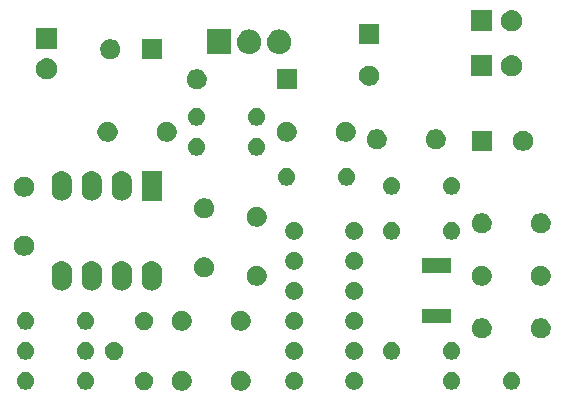
<source format=gbr>
G04 #@! TF.GenerationSoftware,KiCad,Pcbnew,(5.1.5)-3*
G04 #@! TF.CreationDate,2021-03-29T22:58:56-05:00*
G04 #@! TF.ProjectId,Sable_Bias_Voltage,5361626c-655f-4426-9961-735f566f6c74,rev?*
G04 #@! TF.SameCoordinates,Original*
G04 #@! TF.FileFunction,Soldermask,Top*
G04 #@! TF.FilePolarity,Negative*
%FSLAX46Y46*%
G04 Gerber Fmt 4.6, Leading zero omitted, Abs format (unit mm)*
G04 Created by KiCad (PCBNEW (5.1.5)-3) date 2021-03-29 22:58:56*
%MOMM*%
%LPD*%
G04 APERTURE LIST*
%ADD10C,0.100000*%
G04 APERTURE END LIST*
D10*
G36*
X150028228Y-117291703D02*
G01*
X150183100Y-117355853D01*
X150322481Y-117448985D01*
X150441015Y-117567519D01*
X150534147Y-117706900D01*
X150598297Y-117861772D01*
X150631000Y-118026184D01*
X150631000Y-118193816D01*
X150598297Y-118358228D01*
X150534147Y-118513100D01*
X150441015Y-118652481D01*
X150322481Y-118771015D01*
X150183100Y-118864147D01*
X150028228Y-118928297D01*
X149863816Y-118961000D01*
X149696184Y-118961000D01*
X149531772Y-118928297D01*
X149376900Y-118864147D01*
X149237519Y-118771015D01*
X149118985Y-118652481D01*
X149025853Y-118513100D01*
X148961703Y-118358228D01*
X148929000Y-118193816D01*
X148929000Y-118026184D01*
X148961703Y-117861772D01*
X149025853Y-117706900D01*
X149118985Y-117567519D01*
X149237519Y-117448985D01*
X149376900Y-117355853D01*
X149531772Y-117291703D01*
X149696184Y-117259000D01*
X149863816Y-117259000D01*
X150028228Y-117291703D01*
G37*
G36*
X145028228Y-117291703D02*
G01*
X145183100Y-117355853D01*
X145322481Y-117448985D01*
X145441015Y-117567519D01*
X145534147Y-117706900D01*
X145598297Y-117861772D01*
X145631000Y-118026184D01*
X145631000Y-118193816D01*
X145598297Y-118358228D01*
X145534147Y-118513100D01*
X145441015Y-118652481D01*
X145322481Y-118771015D01*
X145183100Y-118864147D01*
X145028228Y-118928297D01*
X144863816Y-118961000D01*
X144696184Y-118961000D01*
X144531772Y-118928297D01*
X144376900Y-118864147D01*
X144237519Y-118771015D01*
X144118985Y-118652481D01*
X144025853Y-118513100D01*
X143961703Y-118358228D01*
X143929000Y-118193816D01*
X143929000Y-118026184D01*
X143961703Y-117861772D01*
X144025853Y-117706900D01*
X144118985Y-117567519D01*
X144237519Y-117448985D01*
X144376900Y-117355853D01*
X144531772Y-117291703D01*
X144696184Y-117259000D01*
X144863816Y-117259000D01*
X145028228Y-117291703D01*
G37*
G36*
X141730589Y-117348876D02*
G01*
X141829893Y-117368629D01*
X141970206Y-117426748D01*
X142096484Y-117511125D01*
X142203875Y-117618516D01*
X142288252Y-117744794D01*
X142346371Y-117885107D01*
X142376000Y-118034063D01*
X142376000Y-118185937D01*
X142346371Y-118334893D01*
X142288252Y-118475206D01*
X142203875Y-118601484D01*
X142096484Y-118708875D01*
X141970206Y-118793252D01*
X141829893Y-118851371D01*
X141765663Y-118864147D01*
X141680938Y-118881000D01*
X141529062Y-118881000D01*
X141444337Y-118864147D01*
X141380107Y-118851371D01*
X141239794Y-118793252D01*
X141113516Y-118708875D01*
X141006125Y-118601484D01*
X140921748Y-118475206D01*
X140863629Y-118334893D01*
X140834000Y-118185937D01*
X140834000Y-118034063D01*
X140863629Y-117885107D01*
X140921748Y-117744794D01*
X141006125Y-117618516D01*
X141113516Y-117511125D01*
X141239794Y-117426748D01*
X141380107Y-117368629D01*
X141479411Y-117348876D01*
X141529062Y-117339000D01*
X141680938Y-117339000D01*
X141730589Y-117348876D01*
G37*
G36*
X131791059Y-117387860D02*
G01*
X131927732Y-117444472D01*
X132050735Y-117526660D01*
X132155340Y-117631265D01*
X132237528Y-117754268D01*
X132294140Y-117890941D01*
X132323000Y-118036033D01*
X132323000Y-118183967D01*
X132294140Y-118329059D01*
X132237528Y-118465732D01*
X132155340Y-118588735D01*
X132050735Y-118693340D01*
X131927732Y-118775528D01*
X131927731Y-118775529D01*
X131927730Y-118775529D01*
X131791059Y-118832140D01*
X131645968Y-118861000D01*
X131498032Y-118861000D01*
X131352941Y-118832140D01*
X131216270Y-118775529D01*
X131216269Y-118775529D01*
X131216268Y-118775528D01*
X131093265Y-118693340D01*
X130988660Y-118588735D01*
X130906472Y-118465732D01*
X130849860Y-118329059D01*
X130821000Y-118183967D01*
X130821000Y-118036033D01*
X130849860Y-117890941D01*
X130906472Y-117754268D01*
X130988660Y-117631265D01*
X131093265Y-117526660D01*
X131216268Y-117444472D01*
X131352941Y-117387860D01*
X131498032Y-117359000D01*
X131645968Y-117359000D01*
X131791059Y-117387860D01*
G37*
G36*
X172939059Y-117387860D02*
G01*
X173075732Y-117444472D01*
X173198735Y-117526660D01*
X173303340Y-117631265D01*
X173385528Y-117754268D01*
X173442140Y-117890941D01*
X173471000Y-118036033D01*
X173471000Y-118183967D01*
X173442140Y-118329059D01*
X173385528Y-118465732D01*
X173303340Y-118588735D01*
X173198735Y-118693340D01*
X173075732Y-118775528D01*
X173075731Y-118775529D01*
X173075730Y-118775529D01*
X172939059Y-118832140D01*
X172793968Y-118861000D01*
X172646032Y-118861000D01*
X172500941Y-118832140D01*
X172364270Y-118775529D01*
X172364269Y-118775529D01*
X172364268Y-118775528D01*
X172241265Y-118693340D01*
X172136660Y-118588735D01*
X172054472Y-118465732D01*
X171997860Y-118329059D01*
X171969000Y-118183967D01*
X171969000Y-118036033D01*
X171997860Y-117890941D01*
X172054472Y-117754268D01*
X172136660Y-117631265D01*
X172241265Y-117526660D01*
X172364268Y-117444472D01*
X172500941Y-117387860D01*
X172646032Y-117359000D01*
X172793968Y-117359000D01*
X172939059Y-117387860D01*
G37*
G36*
X167859059Y-117387860D02*
G01*
X167995732Y-117444472D01*
X168118735Y-117526660D01*
X168223340Y-117631265D01*
X168305528Y-117754268D01*
X168362140Y-117890941D01*
X168391000Y-118036033D01*
X168391000Y-118183967D01*
X168362140Y-118329059D01*
X168305528Y-118465732D01*
X168223340Y-118588735D01*
X168118735Y-118693340D01*
X167995732Y-118775528D01*
X167995731Y-118775529D01*
X167995730Y-118775529D01*
X167859059Y-118832140D01*
X167713968Y-118861000D01*
X167566032Y-118861000D01*
X167420941Y-118832140D01*
X167284270Y-118775529D01*
X167284269Y-118775529D01*
X167284268Y-118775528D01*
X167161265Y-118693340D01*
X167056660Y-118588735D01*
X166974472Y-118465732D01*
X166917860Y-118329059D01*
X166889000Y-118183967D01*
X166889000Y-118036033D01*
X166917860Y-117890941D01*
X166974472Y-117754268D01*
X167056660Y-117631265D01*
X167161265Y-117526660D01*
X167284268Y-117444472D01*
X167420941Y-117387860D01*
X167566032Y-117359000D01*
X167713968Y-117359000D01*
X167859059Y-117387860D01*
G37*
G36*
X159604059Y-117387860D02*
G01*
X159740732Y-117444472D01*
X159863735Y-117526660D01*
X159968340Y-117631265D01*
X160050528Y-117754268D01*
X160107140Y-117890941D01*
X160136000Y-118036033D01*
X160136000Y-118183967D01*
X160107140Y-118329059D01*
X160050528Y-118465732D01*
X159968340Y-118588735D01*
X159863735Y-118693340D01*
X159740732Y-118775528D01*
X159740731Y-118775529D01*
X159740730Y-118775529D01*
X159604059Y-118832140D01*
X159458968Y-118861000D01*
X159311032Y-118861000D01*
X159165941Y-118832140D01*
X159029270Y-118775529D01*
X159029269Y-118775529D01*
X159029268Y-118775528D01*
X158906265Y-118693340D01*
X158801660Y-118588735D01*
X158719472Y-118465732D01*
X158662860Y-118329059D01*
X158634000Y-118183967D01*
X158634000Y-118036033D01*
X158662860Y-117890941D01*
X158719472Y-117754268D01*
X158801660Y-117631265D01*
X158906265Y-117526660D01*
X159029268Y-117444472D01*
X159165941Y-117387860D01*
X159311032Y-117359000D01*
X159458968Y-117359000D01*
X159604059Y-117387860D01*
G37*
G36*
X136871059Y-117387860D02*
G01*
X137007732Y-117444472D01*
X137130735Y-117526660D01*
X137235340Y-117631265D01*
X137317528Y-117754268D01*
X137374140Y-117890941D01*
X137403000Y-118036033D01*
X137403000Y-118183967D01*
X137374140Y-118329059D01*
X137317528Y-118465732D01*
X137235340Y-118588735D01*
X137130735Y-118693340D01*
X137007732Y-118775528D01*
X137007731Y-118775529D01*
X137007730Y-118775529D01*
X136871059Y-118832140D01*
X136725968Y-118861000D01*
X136578032Y-118861000D01*
X136432941Y-118832140D01*
X136296270Y-118775529D01*
X136296269Y-118775529D01*
X136296268Y-118775528D01*
X136173265Y-118693340D01*
X136068660Y-118588735D01*
X135986472Y-118465732D01*
X135929860Y-118329059D01*
X135901000Y-118183967D01*
X135901000Y-118036033D01*
X135929860Y-117890941D01*
X135986472Y-117754268D01*
X136068660Y-117631265D01*
X136173265Y-117526660D01*
X136296268Y-117444472D01*
X136432941Y-117387860D01*
X136578032Y-117359000D01*
X136725968Y-117359000D01*
X136871059Y-117387860D01*
G37*
G36*
X154524059Y-117387860D02*
G01*
X154660732Y-117444472D01*
X154783735Y-117526660D01*
X154888340Y-117631265D01*
X154970528Y-117754268D01*
X155027140Y-117890941D01*
X155056000Y-118036033D01*
X155056000Y-118183967D01*
X155027140Y-118329059D01*
X154970528Y-118465732D01*
X154888340Y-118588735D01*
X154783735Y-118693340D01*
X154660732Y-118775528D01*
X154660731Y-118775529D01*
X154660730Y-118775529D01*
X154524059Y-118832140D01*
X154378968Y-118861000D01*
X154231032Y-118861000D01*
X154085941Y-118832140D01*
X153949270Y-118775529D01*
X153949269Y-118775529D01*
X153949268Y-118775528D01*
X153826265Y-118693340D01*
X153721660Y-118588735D01*
X153639472Y-118465732D01*
X153582860Y-118329059D01*
X153554000Y-118183967D01*
X153554000Y-118036033D01*
X153582860Y-117890941D01*
X153639472Y-117754268D01*
X153721660Y-117631265D01*
X153826265Y-117526660D01*
X153949268Y-117444472D01*
X154085941Y-117387860D01*
X154231032Y-117359000D01*
X154378968Y-117359000D01*
X154524059Y-117387860D01*
G37*
G36*
X139190589Y-114808876D02*
G01*
X139289893Y-114828629D01*
X139430206Y-114886748D01*
X139556484Y-114971125D01*
X139663875Y-115078516D01*
X139748252Y-115204794D01*
X139806371Y-115345107D01*
X139836000Y-115494063D01*
X139836000Y-115645937D01*
X139806371Y-115794893D01*
X139748252Y-115935206D01*
X139663875Y-116061484D01*
X139556484Y-116168875D01*
X139430206Y-116253252D01*
X139289893Y-116311371D01*
X139190589Y-116331124D01*
X139140938Y-116341000D01*
X138989062Y-116341000D01*
X138939411Y-116331124D01*
X138840107Y-116311371D01*
X138699794Y-116253252D01*
X138573516Y-116168875D01*
X138466125Y-116061484D01*
X138381748Y-115935206D01*
X138323629Y-115794893D01*
X138294000Y-115645937D01*
X138294000Y-115494063D01*
X138323629Y-115345107D01*
X138381748Y-115204794D01*
X138466125Y-115078516D01*
X138573516Y-114971125D01*
X138699794Y-114886748D01*
X138840107Y-114828629D01*
X138939411Y-114808876D01*
X138989062Y-114799000D01*
X139140938Y-114799000D01*
X139190589Y-114808876D01*
G37*
G36*
X162779059Y-114847860D02*
G01*
X162915732Y-114904472D01*
X163038735Y-114986660D01*
X163143340Y-115091265D01*
X163225528Y-115214268D01*
X163282140Y-115350941D01*
X163311000Y-115496033D01*
X163311000Y-115643967D01*
X163282140Y-115789059D01*
X163225528Y-115925732D01*
X163143340Y-116048735D01*
X163038735Y-116153340D01*
X162915732Y-116235528D01*
X162915731Y-116235529D01*
X162915730Y-116235529D01*
X162779059Y-116292140D01*
X162633968Y-116321000D01*
X162486032Y-116321000D01*
X162340941Y-116292140D01*
X162204270Y-116235529D01*
X162204269Y-116235529D01*
X162204268Y-116235528D01*
X162081265Y-116153340D01*
X161976660Y-116048735D01*
X161894472Y-115925732D01*
X161837860Y-115789059D01*
X161809000Y-115643967D01*
X161809000Y-115496033D01*
X161837860Y-115350941D01*
X161894472Y-115214268D01*
X161976660Y-115091265D01*
X162081265Y-114986660D01*
X162204268Y-114904472D01*
X162340941Y-114847860D01*
X162486032Y-114819000D01*
X162633968Y-114819000D01*
X162779059Y-114847860D01*
G37*
G36*
X159604059Y-114847860D02*
G01*
X159740732Y-114904472D01*
X159863735Y-114986660D01*
X159968340Y-115091265D01*
X160050528Y-115214268D01*
X160107140Y-115350941D01*
X160136000Y-115496033D01*
X160136000Y-115643967D01*
X160107140Y-115789059D01*
X160050528Y-115925732D01*
X159968340Y-116048735D01*
X159863735Y-116153340D01*
X159740732Y-116235528D01*
X159740731Y-116235529D01*
X159740730Y-116235529D01*
X159604059Y-116292140D01*
X159458968Y-116321000D01*
X159311032Y-116321000D01*
X159165941Y-116292140D01*
X159029270Y-116235529D01*
X159029269Y-116235529D01*
X159029268Y-116235528D01*
X158906265Y-116153340D01*
X158801660Y-116048735D01*
X158719472Y-115925732D01*
X158662860Y-115789059D01*
X158634000Y-115643967D01*
X158634000Y-115496033D01*
X158662860Y-115350941D01*
X158719472Y-115214268D01*
X158801660Y-115091265D01*
X158906265Y-114986660D01*
X159029268Y-114904472D01*
X159165941Y-114847860D01*
X159311032Y-114819000D01*
X159458968Y-114819000D01*
X159604059Y-114847860D01*
G37*
G36*
X167859059Y-114847860D02*
G01*
X167995732Y-114904472D01*
X168118735Y-114986660D01*
X168223340Y-115091265D01*
X168305528Y-115214268D01*
X168362140Y-115350941D01*
X168391000Y-115496033D01*
X168391000Y-115643967D01*
X168362140Y-115789059D01*
X168305528Y-115925732D01*
X168223340Y-116048735D01*
X168118735Y-116153340D01*
X167995732Y-116235528D01*
X167995731Y-116235529D01*
X167995730Y-116235529D01*
X167859059Y-116292140D01*
X167713968Y-116321000D01*
X167566032Y-116321000D01*
X167420941Y-116292140D01*
X167284270Y-116235529D01*
X167284269Y-116235529D01*
X167284268Y-116235528D01*
X167161265Y-116153340D01*
X167056660Y-116048735D01*
X166974472Y-115925732D01*
X166917860Y-115789059D01*
X166889000Y-115643967D01*
X166889000Y-115496033D01*
X166917860Y-115350941D01*
X166974472Y-115214268D01*
X167056660Y-115091265D01*
X167161265Y-114986660D01*
X167284268Y-114904472D01*
X167420941Y-114847860D01*
X167566032Y-114819000D01*
X167713968Y-114819000D01*
X167859059Y-114847860D01*
G37*
G36*
X136871059Y-114847860D02*
G01*
X137007732Y-114904472D01*
X137130735Y-114986660D01*
X137235340Y-115091265D01*
X137317528Y-115214268D01*
X137374140Y-115350941D01*
X137403000Y-115496033D01*
X137403000Y-115643967D01*
X137374140Y-115789059D01*
X137317528Y-115925732D01*
X137235340Y-116048735D01*
X137130735Y-116153340D01*
X137007732Y-116235528D01*
X137007731Y-116235529D01*
X137007730Y-116235529D01*
X136871059Y-116292140D01*
X136725968Y-116321000D01*
X136578032Y-116321000D01*
X136432941Y-116292140D01*
X136296270Y-116235529D01*
X136296269Y-116235529D01*
X136296268Y-116235528D01*
X136173265Y-116153340D01*
X136068660Y-116048735D01*
X135986472Y-115925732D01*
X135929860Y-115789059D01*
X135901000Y-115643967D01*
X135901000Y-115496033D01*
X135929860Y-115350941D01*
X135986472Y-115214268D01*
X136068660Y-115091265D01*
X136173265Y-114986660D01*
X136296268Y-114904472D01*
X136432941Y-114847860D01*
X136578032Y-114819000D01*
X136725968Y-114819000D01*
X136871059Y-114847860D01*
G37*
G36*
X131791059Y-114847860D02*
G01*
X131927732Y-114904472D01*
X132050735Y-114986660D01*
X132155340Y-115091265D01*
X132237528Y-115214268D01*
X132294140Y-115350941D01*
X132323000Y-115496033D01*
X132323000Y-115643967D01*
X132294140Y-115789059D01*
X132237528Y-115925732D01*
X132155340Y-116048735D01*
X132050735Y-116153340D01*
X131927732Y-116235528D01*
X131927731Y-116235529D01*
X131927730Y-116235529D01*
X131791059Y-116292140D01*
X131645968Y-116321000D01*
X131498032Y-116321000D01*
X131352941Y-116292140D01*
X131216270Y-116235529D01*
X131216269Y-116235529D01*
X131216268Y-116235528D01*
X131093265Y-116153340D01*
X130988660Y-116048735D01*
X130906472Y-115925732D01*
X130849860Y-115789059D01*
X130821000Y-115643967D01*
X130821000Y-115496033D01*
X130849860Y-115350941D01*
X130906472Y-115214268D01*
X130988660Y-115091265D01*
X131093265Y-114986660D01*
X131216268Y-114904472D01*
X131352941Y-114847860D01*
X131498032Y-114819000D01*
X131645968Y-114819000D01*
X131791059Y-114847860D01*
G37*
G36*
X154524059Y-114847860D02*
G01*
X154660732Y-114904472D01*
X154783735Y-114986660D01*
X154888340Y-115091265D01*
X154970528Y-115214268D01*
X155027140Y-115350941D01*
X155056000Y-115496033D01*
X155056000Y-115643967D01*
X155027140Y-115789059D01*
X154970528Y-115925732D01*
X154888340Y-116048735D01*
X154783735Y-116153340D01*
X154660732Y-116235528D01*
X154660731Y-116235529D01*
X154660730Y-116235529D01*
X154524059Y-116292140D01*
X154378968Y-116321000D01*
X154231032Y-116321000D01*
X154085941Y-116292140D01*
X153949270Y-116235529D01*
X153949269Y-116235529D01*
X153949268Y-116235528D01*
X153826265Y-116153340D01*
X153721660Y-116048735D01*
X153639472Y-115925732D01*
X153582860Y-115789059D01*
X153554000Y-115643967D01*
X153554000Y-115496033D01*
X153582860Y-115350941D01*
X153639472Y-115214268D01*
X153721660Y-115091265D01*
X153826265Y-114986660D01*
X153949268Y-114904472D01*
X154085941Y-114847860D01*
X154231032Y-114819000D01*
X154378968Y-114819000D01*
X154524059Y-114847860D01*
G37*
G36*
X170428228Y-112846703D02*
G01*
X170583100Y-112910853D01*
X170722481Y-113003985D01*
X170841015Y-113122519D01*
X170934147Y-113261900D01*
X170998297Y-113416772D01*
X171031000Y-113581184D01*
X171031000Y-113748816D01*
X170998297Y-113913228D01*
X170934147Y-114068100D01*
X170841015Y-114207481D01*
X170722481Y-114326015D01*
X170583100Y-114419147D01*
X170428228Y-114483297D01*
X170263816Y-114516000D01*
X170096184Y-114516000D01*
X169931772Y-114483297D01*
X169776900Y-114419147D01*
X169637519Y-114326015D01*
X169518985Y-114207481D01*
X169425853Y-114068100D01*
X169361703Y-113913228D01*
X169329000Y-113748816D01*
X169329000Y-113581184D01*
X169361703Y-113416772D01*
X169425853Y-113261900D01*
X169518985Y-113122519D01*
X169637519Y-113003985D01*
X169776900Y-112910853D01*
X169931772Y-112846703D01*
X170096184Y-112814000D01*
X170263816Y-112814000D01*
X170428228Y-112846703D01*
G37*
G36*
X175428228Y-112846703D02*
G01*
X175583100Y-112910853D01*
X175722481Y-113003985D01*
X175841015Y-113122519D01*
X175934147Y-113261900D01*
X175998297Y-113416772D01*
X176031000Y-113581184D01*
X176031000Y-113748816D01*
X175998297Y-113913228D01*
X175934147Y-114068100D01*
X175841015Y-114207481D01*
X175722481Y-114326015D01*
X175583100Y-114419147D01*
X175428228Y-114483297D01*
X175263816Y-114516000D01*
X175096184Y-114516000D01*
X174931772Y-114483297D01*
X174776900Y-114419147D01*
X174637519Y-114326015D01*
X174518985Y-114207481D01*
X174425853Y-114068100D01*
X174361703Y-113913228D01*
X174329000Y-113748816D01*
X174329000Y-113581184D01*
X174361703Y-113416772D01*
X174425853Y-113261900D01*
X174518985Y-113122519D01*
X174637519Y-113003985D01*
X174776900Y-112910853D01*
X174931772Y-112846703D01*
X175096184Y-112814000D01*
X175263816Y-112814000D01*
X175428228Y-112846703D01*
G37*
G36*
X150028228Y-112211703D02*
G01*
X150183100Y-112275853D01*
X150322481Y-112368985D01*
X150441015Y-112487519D01*
X150534147Y-112626900D01*
X150598297Y-112781772D01*
X150631000Y-112946184D01*
X150631000Y-113113816D01*
X150598297Y-113278228D01*
X150534147Y-113433100D01*
X150441015Y-113572481D01*
X150322481Y-113691015D01*
X150183100Y-113784147D01*
X150028228Y-113848297D01*
X149863816Y-113881000D01*
X149696184Y-113881000D01*
X149531772Y-113848297D01*
X149376900Y-113784147D01*
X149237519Y-113691015D01*
X149118985Y-113572481D01*
X149025853Y-113433100D01*
X148961703Y-113278228D01*
X148929000Y-113113816D01*
X148929000Y-112946184D01*
X148961703Y-112781772D01*
X149025853Y-112626900D01*
X149118985Y-112487519D01*
X149237519Y-112368985D01*
X149376900Y-112275853D01*
X149531772Y-112211703D01*
X149696184Y-112179000D01*
X149863816Y-112179000D01*
X150028228Y-112211703D01*
G37*
G36*
X145028228Y-112211703D02*
G01*
X145183100Y-112275853D01*
X145322481Y-112368985D01*
X145441015Y-112487519D01*
X145534147Y-112626900D01*
X145598297Y-112781772D01*
X145631000Y-112946184D01*
X145631000Y-113113816D01*
X145598297Y-113278228D01*
X145534147Y-113433100D01*
X145441015Y-113572481D01*
X145322481Y-113691015D01*
X145183100Y-113784147D01*
X145028228Y-113848297D01*
X144863816Y-113881000D01*
X144696184Y-113881000D01*
X144531772Y-113848297D01*
X144376900Y-113784147D01*
X144237519Y-113691015D01*
X144118985Y-113572481D01*
X144025853Y-113433100D01*
X143961703Y-113278228D01*
X143929000Y-113113816D01*
X143929000Y-112946184D01*
X143961703Y-112781772D01*
X144025853Y-112626900D01*
X144118985Y-112487519D01*
X144237519Y-112368985D01*
X144376900Y-112275853D01*
X144531772Y-112211703D01*
X144696184Y-112179000D01*
X144863816Y-112179000D01*
X145028228Y-112211703D01*
G37*
G36*
X141730589Y-112268876D02*
G01*
X141829893Y-112288629D01*
X141970206Y-112346748D01*
X142096484Y-112431125D01*
X142203875Y-112538516D01*
X142288252Y-112664794D01*
X142346371Y-112805107D01*
X142346371Y-112805109D01*
X142376000Y-112954062D01*
X142376000Y-113105938D01*
X142366124Y-113155589D01*
X142346371Y-113254893D01*
X142288252Y-113395206D01*
X142203875Y-113521484D01*
X142096484Y-113628875D01*
X141970206Y-113713252D01*
X141829893Y-113771371D01*
X141765663Y-113784147D01*
X141680938Y-113801000D01*
X141529062Y-113801000D01*
X141444337Y-113784147D01*
X141380107Y-113771371D01*
X141239794Y-113713252D01*
X141113516Y-113628875D01*
X141006125Y-113521484D01*
X140921748Y-113395206D01*
X140863629Y-113254893D01*
X140843876Y-113155589D01*
X140834000Y-113105938D01*
X140834000Y-112954062D01*
X140863629Y-112805109D01*
X140863629Y-112805107D01*
X140921748Y-112664794D01*
X141006125Y-112538516D01*
X141113516Y-112431125D01*
X141239794Y-112346748D01*
X141380107Y-112288629D01*
X141479411Y-112268876D01*
X141529062Y-112259000D01*
X141680938Y-112259000D01*
X141730589Y-112268876D01*
G37*
G36*
X131791059Y-112307860D02*
G01*
X131927732Y-112364472D01*
X132050735Y-112446660D01*
X132155340Y-112551265D01*
X132237528Y-112674268D01*
X132294140Y-112810941D01*
X132323000Y-112956033D01*
X132323000Y-113103967D01*
X132294140Y-113249059D01*
X132237528Y-113385732D01*
X132155340Y-113508735D01*
X132050735Y-113613340D01*
X131927732Y-113695528D01*
X131927731Y-113695529D01*
X131927730Y-113695529D01*
X131791059Y-113752140D01*
X131645968Y-113781000D01*
X131498032Y-113781000D01*
X131352941Y-113752140D01*
X131216270Y-113695529D01*
X131216269Y-113695529D01*
X131216268Y-113695528D01*
X131093265Y-113613340D01*
X130988660Y-113508735D01*
X130906472Y-113385732D01*
X130849860Y-113249059D01*
X130821000Y-113103967D01*
X130821000Y-112956033D01*
X130849860Y-112810941D01*
X130906472Y-112674268D01*
X130988660Y-112551265D01*
X131093265Y-112446660D01*
X131216268Y-112364472D01*
X131352941Y-112307860D01*
X131498032Y-112279000D01*
X131645968Y-112279000D01*
X131791059Y-112307860D01*
G37*
G36*
X154524059Y-112307860D02*
G01*
X154660732Y-112364472D01*
X154783735Y-112446660D01*
X154888340Y-112551265D01*
X154970528Y-112674268D01*
X155027140Y-112810941D01*
X155056000Y-112956033D01*
X155056000Y-113103967D01*
X155027140Y-113249059D01*
X154970528Y-113385732D01*
X154888340Y-113508735D01*
X154783735Y-113613340D01*
X154660732Y-113695528D01*
X154660731Y-113695529D01*
X154660730Y-113695529D01*
X154524059Y-113752140D01*
X154378968Y-113781000D01*
X154231032Y-113781000D01*
X154085941Y-113752140D01*
X153949270Y-113695529D01*
X153949269Y-113695529D01*
X153949268Y-113695528D01*
X153826265Y-113613340D01*
X153721660Y-113508735D01*
X153639472Y-113385732D01*
X153582860Y-113249059D01*
X153554000Y-113103967D01*
X153554000Y-112956033D01*
X153582860Y-112810941D01*
X153639472Y-112674268D01*
X153721660Y-112551265D01*
X153826265Y-112446660D01*
X153949268Y-112364472D01*
X154085941Y-112307860D01*
X154231032Y-112279000D01*
X154378968Y-112279000D01*
X154524059Y-112307860D01*
G37*
G36*
X159604059Y-112307860D02*
G01*
X159740732Y-112364472D01*
X159863735Y-112446660D01*
X159968340Y-112551265D01*
X160050528Y-112674268D01*
X160107140Y-112810941D01*
X160136000Y-112956033D01*
X160136000Y-113103967D01*
X160107140Y-113249059D01*
X160050528Y-113385732D01*
X159968340Y-113508735D01*
X159863735Y-113613340D01*
X159740732Y-113695528D01*
X159740731Y-113695529D01*
X159740730Y-113695529D01*
X159604059Y-113752140D01*
X159458968Y-113781000D01*
X159311032Y-113781000D01*
X159165941Y-113752140D01*
X159029270Y-113695529D01*
X159029269Y-113695529D01*
X159029268Y-113695528D01*
X158906265Y-113613340D01*
X158801660Y-113508735D01*
X158719472Y-113385732D01*
X158662860Y-113249059D01*
X158634000Y-113103967D01*
X158634000Y-112956033D01*
X158662860Y-112810941D01*
X158719472Y-112674268D01*
X158801660Y-112551265D01*
X158906265Y-112446660D01*
X159029268Y-112364472D01*
X159165941Y-112307860D01*
X159311032Y-112279000D01*
X159458968Y-112279000D01*
X159604059Y-112307860D01*
G37*
G36*
X136871059Y-112307860D02*
G01*
X137007732Y-112364472D01*
X137130735Y-112446660D01*
X137235340Y-112551265D01*
X137317528Y-112674268D01*
X137374140Y-112810941D01*
X137403000Y-112956033D01*
X137403000Y-113103967D01*
X137374140Y-113249059D01*
X137317528Y-113385732D01*
X137235340Y-113508735D01*
X137130735Y-113613340D01*
X137007732Y-113695528D01*
X137007731Y-113695529D01*
X137007730Y-113695529D01*
X136871059Y-113752140D01*
X136725968Y-113781000D01*
X136578032Y-113781000D01*
X136432941Y-113752140D01*
X136296270Y-113695529D01*
X136296269Y-113695529D01*
X136296268Y-113695528D01*
X136173265Y-113613340D01*
X136068660Y-113508735D01*
X135986472Y-113385732D01*
X135929860Y-113249059D01*
X135901000Y-113103967D01*
X135901000Y-112956033D01*
X135929860Y-112810941D01*
X135986472Y-112674268D01*
X136068660Y-112551265D01*
X136173265Y-112446660D01*
X136296268Y-112364472D01*
X136432941Y-112307860D01*
X136578032Y-112279000D01*
X136725968Y-112279000D01*
X136871059Y-112307860D01*
G37*
G36*
X167596000Y-113241000D02*
G01*
X165144000Y-113241000D01*
X165144000Y-112039000D01*
X167596000Y-112039000D01*
X167596000Y-113241000D01*
G37*
G36*
X159604059Y-109767860D02*
G01*
X159649845Y-109786825D01*
X159740732Y-109824472D01*
X159863735Y-109906660D01*
X159968340Y-110011265D01*
X160050528Y-110134268D01*
X160107140Y-110270941D01*
X160136000Y-110416033D01*
X160136000Y-110563967D01*
X160107140Y-110709059D01*
X160050528Y-110845732D01*
X159968340Y-110968735D01*
X159863735Y-111073340D01*
X159740732Y-111155528D01*
X159740731Y-111155529D01*
X159740730Y-111155529D01*
X159604059Y-111212140D01*
X159458968Y-111241000D01*
X159311032Y-111241000D01*
X159165941Y-111212140D01*
X159029270Y-111155529D01*
X159029269Y-111155529D01*
X159029268Y-111155528D01*
X158906265Y-111073340D01*
X158801660Y-110968735D01*
X158719472Y-110845732D01*
X158662860Y-110709059D01*
X158634000Y-110563967D01*
X158634000Y-110416033D01*
X158662860Y-110270941D01*
X158719472Y-110134268D01*
X158801660Y-110011265D01*
X158906265Y-109906660D01*
X159029268Y-109824472D01*
X159120156Y-109786825D01*
X159165941Y-109767860D01*
X159311032Y-109739000D01*
X159458968Y-109739000D01*
X159604059Y-109767860D01*
G37*
G36*
X154524059Y-109767860D02*
G01*
X154569845Y-109786825D01*
X154660732Y-109824472D01*
X154783735Y-109906660D01*
X154888340Y-110011265D01*
X154970528Y-110134268D01*
X155027140Y-110270941D01*
X155056000Y-110416033D01*
X155056000Y-110563967D01*
X155027140Y-110709059D01*
X154970528Y-110845732D01*
X154888340Y-110968735D01*
X154783735Y-111073340D01*
X154660732Y-111155528D01*
X154660731Y-111155529D01*
X154660730Y-111155529D01*
X154524059Y-111212140D01*
X154378968Y-111241000D01*
X154231032Y-111241000D01*
X154085941Y-111212140D01*
X153949270Y-111155529D01*
X153949269Y-111155529D01*
X153949268Y-111155528D01*
X153826265Y-111073340D01*
X153721660Y-110968735D01*
X153639472Y-110845732D01*
X153582860Y-110709059D01*
X153554000Y-110563967D01*
X153554000Y-110416033D01*
X153582860Y-110270941D01*
X153639472Y-110134268D01*
X153721660Y-110011265D01*
X153826265Y-109906660D01*
X153949268Y-109824472D01*
X154040156Y-109786825D01*
X154085941Y-109767860D01*
X154231032Y-109739000D01*
X154378968Y-109739000D01*
X154524059Y-109767860D01*
G37*
G36*
X137326823Y-107981313D02*
G01*
X137457380Y-108020917D01*
X137467437Y-108023968D01*
X137487242Y-108029976D01*
X137619906Y-108100886D01*
X137635078Y-108108996D01*
X137764659Y-108215341D01*
X137871004Y-108344922D01*
X137871005Y-108344924D01*
X137950024Y-108492758D01*
X137998687Y-108653178D01*
X138011000Y-108778197D01*
X138011000Y-109661804D01*
X137998687Y-109786823D01*
X137950024Y-109947242D01*
X137935642Y-109974148D01*
X137871004Y-110095078D01*
X137764659Y-110224659D01*
X137635077Y-110331005D01*
X137487241Y-110410024D01*
X137487238Y-110410025D01*
X137467432Y-110416033D01*
X137326822Y-110458687D01*
X137160000Y-110475117D01*
X136993177Y-110458687D01*
X136852567Y-110416033D01*
X136832761Y-110410025D01*
X136832758Y-110410024D01*
X136684924Y-110331005D01*
X136684922Y-110331004D01*
X136555341Y-110224659D01*
X136448995Y-110095077D01*
X136369976Y-109947241D01*
X136321313Y-109786822D01*
X136309000Y-109661803D01*
X136309000Y-108778197D01*
X136321314Y-108653177D01*
X136369977Y-108492758D01*
X136448996Y-108344924D01*
X136448997Y-108344922D01*
X136555342Y-108215341D01*
X136684923Y-108108996D01*
X136700095Y-108100886D01*
X136832759Y-108029976D01*
X136852565Y-108023968D01*
X136862621Y-108020917D01*
X136993178Y-107981313D01*
X137160000Y-107964883D01*
X137326823Y-107981313D01*
G37*
G36*
X134786823Y-107981313D02*
G01*
X134917380Y-108020917D01*
X134927437Y-108023968D01*
X134947242Y-108029976D01*
X135079906Y-108100886D01*
X135095078Y-108108996D01*
X135224659Y-108215341D01*
X135331004Y-108344922D01*
X135331005Y-108344924D01*
X135410024Y-108492758D01*
X135458687Y-108653178D01*
X135471000Y-108778197D01*
X135471000Y-109661804D01*
X135458687Y-109786823D01*
X135410024Y-109947242D01*
X135395642Y-109974148D01*
X135331004Y-110095078D01*
X135224659Y-110224659D01*
X135095077Y-110331005D01*
X134947241Y-110410024D01*
X134947238Y-110410025D01*
X134927432Y-110416033D01*
X134786822Y-110458687D01*
X134620000Y-110475117D01*
X134453177Y-110458687D01*
X134312567Y-110416033D01*
X134292761Y-110410025D01*
X134292758Y-110410024D01*
X134144924Y-110331005D01*
X134144922Y-110331004D01*
X134015341Y-110224659D01*
X133908995Y-110095077D01*
X133829976Y-109947241D01*
X133781313Y-109786822D01*
X133769000Y-109661803D01*
X133769000Y-108778197D01*
X133781314Y-108653177D01*
X133829977Y-108492758D01*
X133908996Y-108344924D01*
X133908997Y-108344922D01*
X134015342Y-108215341D01*
X134144923Y-108108996D01*
X134160095Y-108100886D01*
X134292759Y-108029976D01*
X134312565Y-108023968D01*
X134322621Y-108020917D01*
X134453178Y-107981313D01*
X134620000Y-107964883D01*
X134786823Y-107981313D01*
G37*
G36*
X139866823Y-107981313D02*
G01*
X139997380Y-108020917D01*
X140007437Y-108023968D01*
X140027242Y-108029976D01*
X140159906Y-108100886D01*
X140175078Y-108108996D01*
X140304659Y-108215341D01*
X140411004Y-108344922D01*
X140411005Y-108344924D01*
X140490024Y-108492758D01*
X140538687Y-108653178D01*
X140551000Y-108778197D01*
X140551000Y-109661804D01*
X140538687Y-109786823D01*
X140490024Y-109947242D01*
X140475642Y-109974148D01*
X140411004Y-110095078D01*
X140304659Y-110224659D01*
X140175077Y-110331005D01*
X140027241Y-110410024D01*
X140027238Y-110410025D01*
X140007432Y-110416033D01*
X139866822Y-110458687D01*
X139700000Y-110475117D01*
X139533177Y-110458687D01*
X139392567Y-110416033D01*
X139372761Y-110410025D01*
X139372758Y-110410024D01*
X139224924Y-110331005D01*
X139224922Y-110331004D01*
X139095341Y-110224659D01*
X138988995Y-110095077D01*
X138909976Y-109947241D01*
X138861313Y-109786822D01*
X138849000Y-109661803D01*
X138849000Y-108778197D01*
X138861314Y-108653177D01*
X138909977Y-108492758D01*
X138988996Y-108344924D01*
X138988997Y-108344922D01*
X139095342Y-108215341D01*
X139224923Y-108108996D01*
X139240095Y-108100886D01*
X139372759Y-108029976D01*
X139392565Y-108023968D01*
X139402621Y-108020917D01*
X139533178Y-107981313D01*
X139700000Y-107964883D01*
X139866823Y-107981313D01*
G37*
G36*
X142406823Y-107981313D02*
G01*
X142537380Y-108020917D01*
X142547437Y-108023968D01*
X142567242Y-108029976D01*
X142699906Y-108100886D01*
X142715078Y-108108996D01*
X142844659Y-108215341D01*
X142951004Y-108344922D01*
X142951005Y-108344924D01*
X143030024Y-108492758D01*
X143078687Y-108653178D01*
X143091000Y-108778197D01*
X143091000Y-109661804D01*
X143078687Y-109786823D01*
X143030024Y-109947242D01*
X143015642Y-109974148D01*
X142951004Y-110095078D01*
X142844659Y-110224659D01*
X142715077Y-110331005D01*
X142567241Y-110410024D01*
X142567238Y-110410025D01*
X142547432Y-110416033D01*
X142406822Y-110458687D01*
X142240000Y-110475117D01*
X142073177Y-110458687D01*
X141932567Y-110416033D01*
X141912761Y-110410025D01*
X141912758Y-110410024D01*
X141764924Y-110331005D01*
X141764922Y-110331004D01*
X141635341Y-110224659D01*
X141528995Y-110095077D01*
X141449976Y-109947241D01*
X141401313Y-109786822D01*
X141389000Y-109661803D01*
X141389000Y-108778197D01*
X141401314Y-108653177D01*
X141449977Y-108492758D01*
X141528996Y-108344924D01*
X141528997Y-108344922D01*
X141635342Y-108215341D01*
X141764923Y-108108996D01*
X141780095Y-108100886D01*
X141912759Y-108029976D01*
X141932565Y-108023968D01*
X141942621Y-108020917D01*
X142073178Y-107981313D01*
X142240000Y-107964883D01*
X142406823Y-107981313D01*
G37*
G36*
X151378228Y-108401703D02*
G01*
X151533100Y-108465853D01*
X151672481Y-108558985D01*
X151791015Y-108677519D01*
X151884147Y-108816900D01*
X151948297Y-108971772D01*
X151981000Y-109136184D01*
X151981000Y-109303816D01*
X151948297Y-109468228D01*
X151884147Y-109623100D01*
X151791015Y-109762481D01*
X151672481Y-109881015D01*
X151533100Y-109974147D01*
X151378228Y-110038297D01*
X151213816Y-110071000D01*
X151046184Y-110071000D01*
X150881772Y-110038297D01*
X150726900Y-109974147D01*
X150587519Y-109881015D01*
X150468985Y-109762481D01*
X150375853Y-109623100D01*
X150311703Y-109468228D01*
X150279000Y-109303816D01*
X150279000Y-109136184D01*
X150311703Y-108971772D01*
X150375853Y-108816900D01*
X150468985Y-108677519D01*
X150587519Y-108558985D01*
X150726900Y-108465853D01*
X150881772Y-108401703D01*
X151046184Y-108369000D01*
X151213816Y-108369000D01*
X151378228Y-108401703D01*
G37*
G36*
X170428228Y-108401703D02*
G01*
X170583100Y-108465853D01*
X170722481Y-108558985D01*
X170841015Y-108677519D01*
X170934147Y-108816900D01*
X170998297Y-108971772D01*
X171031000Y-109136184D01*
X171031000Y-109303816D01*
X170998297Y-109468228D01*
X170934147Y-109623100D01*
X170841015Y-109762481D01*
X170722481Y-109881015D01*
X170583100Y-109974147D01*
X170428228Y-110038297D01*
X170263816Y-110071000D01*
X170096184Y-110071000D01*
X169931772Y-110038297D01*
X169776900Y-109974147D01*
X169637519Y-109881015D01*
X169518985Y-109762481D01*
X169425853Y-109623100D01*
X169361703Y-109468228D01*
X169329000Y-109303816D01*
X169329000Y-109136184D01*
X169361703Y-108971772D01*
X169425853Y-108816900D01*
X169518985Y-108677519D01*
X169637519Y-108558985D01*
X169776900Y-108465853D01*
X169931772Y-108401703D01*
X170096184Y-108369000D01*
X170263816Y-108369000D01*
X170428228Y-108401703D01*
G37*
G36*
X175428228Y-108401703D02*
G01*
X175583100Y-108465853D01*
X175722481Y-108558985D01*
X175841015Y-108677519D01*
X175934147Y-108816900D01*
X175998297Y-108971772D01*
X176031000Y-109136184D01*
X176031000Y-109303816D01*
X175998297Y-109468228D01*
X175934147Y-109623100D01*
X175841015Y-109762481D01*
X175722481Y-109881015D01*
X175583100Y-109974147D01*
X175428228Y-110038297D01*
X175263816Y-110071000D01*
X175096184Y-110071000D01*
X174931772Y-110038297D01*
X174776900Y-109974147D01*
X174637519Y-109881015D01*
X174518985Y-109762481D01*
X174425853Y-109623100D01*
X174361703Y-109468228D01*
X174329000Y-109303816D01*
X174329000Y-109136184D01*
X174361703Y-108971772D01*
X174425853Y-108816900D01*
X174518985Y-108677519D01*
X174637519Y-108558985D01*
X174776900Y-108465853D01*
X174931772Y-108401703D01*
X175096184Y-108369000D01*
X175263816Y-108369000D01*
X175428228Y-108401703D01*
G37*
G36*
X146933228Y-107686703D02*
G01*
X147088100Y-107750853D01*
X147227481Y-107843985D01*
X147346015Y-107962519D01*
X147439147Y-108101900D01*
X147503297Y-108256772D01*
X147536000Y-108421184D01*
X147536000Y-108588816D01*
X147503297Y-108753228D01*
X147439147Y-108908100D01*
X147346015Y-109047481D01*
X147227481Y-109166015D01*
X147088100Y-109259147D01*
X146933228Y-109323297D01*
X146768816Y-109356000D01*
X146601184Y-109356000D01*
X146436772Y-109323297D01*
X146281900Y-109259147D01*
X146142519Y-109166015D01*
X146023985Y-109047481D01*
X145930853Y-108908100D01*
X145866703Y-108753228D01*
X145834000Y-108588816D01*
X145834000Y-108421184D01*
X145866703Y-108256772D01*
X145930853Y-108101900D01*
X146023985Y-107962519D01*
X146142519Y-107843985D01*
X146281900Y-107750853D01*
X146436772Y-107686703D01*
X146601184Y-107654000D01*
X146768816Y-107654000D01*
X146933228Y-107686703D01*
G37*
G36*
X167596000Y-108941000D02*
G01*
X165144000Y-108941000D01*
X165144000Y-107739000D01*
X167596000Y-107739000D01*
X167596000Y-108941000D01*
G37*
G36*
X159604059Y-107227860D02*
G01*
X159740732Y-107284472D01*
X159863735Y-107366660D01*
X159968340Y-107471265D01*
X160050528Y-107594268D01*
X160050529Y-107594270D01*
X160107140Y-107730941D01*
X160136000Y-107876032D01*
X160136000Y-108023968D01*
X160120498Y-108101903D01*
X160107140Y-108169059D01*
X160050528Y-108305732D01*
X159968340Y-108428735D01*
X159863735Y-108533340D01*
X159740732Y-108615528D01*
X159740731Y-108615529D01*
X159740730Y-108615529D01*
X159604059Y-108672140D01*
X159458968Y-108701000D01*
X159311032Y-108701000D01*
X159165941Y-108672140D01*
X159029270Y-108615529D01*
X159029269Y-108615529D01*
X159029268Y-108615528D01*
X158906265Y-108533340D01*
X158801660Y-108428735D01*
X158719472Y-108305732D01*
X158662860Y-108169059D01*
X158649502Y-108101903D01*
X158634000Y-108023968D01*
X158634000Y-107876032D01*
X158662860Y-107730941D01*
X158719471Y-107594270D01*
X158719472Y-107594268D01*
X158801660Y-107471265D01*
X158906265Y-107366660D01*
X159029268Y-107284472D01*
X159165941Y-107227860D01*
X159311032Y-107199000D01*
X159458968Y-107199000D01*
X159604059Y-107227860D01*
G37*
G36*
X154524059Y-107227860D02*
G01*
X154660732Y-107284472D01*
X154783735Y-107366660D01*
X154888340Y-107471265D01*
X154970528Y-107594268D01*
X154970529Y-107594270D01*
X155027140Y-107730941D01*
X155056000Y-107876032D01*
X155056000Y-108023968D01*
X155040498Y-108101903D01*
X155027140Y-108169059D01*
X154970528Y-108305732D01*
X154888340Y-108428735D01*
X154783735Y-108533340D01*
X154660732Y-108615528D01*
X154660731Y-108615529D01*
X154660730Y-108615529D01*
X154524059Y-108672140D01*
X154378968Y-108701000D01*
X154231032Y-108701000D01*
X154085941Y-108672140D01*
X153949270Y-108615529D01*
X153949269Y-108615529D01*
X153949268Y-108615528D01*
X153826265Y-108533340D01*
X153721660Y-108428735D01*
X153639472Y-108305732D01*
X153582860Y-108169059D01*
X153569502Y-108101903D01*
X153554000Y-108023968D01*
X153554000Y-107876032D01*
X153582860Y-107730941D01*
X153639471Y-107594270D01*
X153639472Y-107594268D01*
X153721660Y-107471265D01*
X153826265Y-107366660D01*
X153949268Y-107284472D01*
X154085941Y-107227860D01*
X154231032Y-107199000D01*
X154378968Y-107199000D01*
X154524059Y-107227860D01*
G37*
G36*
X131693228Y-105861703D02*
G01*
X131848100Y-105925853D01*
X131987481Y-106018985D01*
X132106015Y-106137519D01*
X132199147Y-106276900D01*
X132263297Y-106431772D01*
X132296000Y-106596184D01*
X132296000Y-106763816D01*
X132263297Y-106928228D01*
X132199147Y-107083100D01*
X132106015Y-107222481D01*
X131987481Y-107341015D01*
X131848100Y-107434147D01*
X131693228Y-107498297D01*
X131528816Y-107531000D01*
X131361184Y-107531000D01*
X131196772Y-107498297D01*
X131041900Y-107434147D01*
X130902519Y-107341015D01*
X130783985Y-107222481D01*
X130690853Y-107083100D01*
X130626703Y-106928228D01*
X130594000Y-106763816D01*
X130594000Y-106596184D01*
X130626703Y-106431772D01*
X130690853Y-106276900D01*
X130783985Y-106137519D01*
X130902519Y-106018985D01*
X131041900Y-105925853D01*
X131196772Y-105861703D01*
X131361184Y-105829000D01*
X131528816Y-105829000D01*
X131693228Y-105861703D01*
G37*
G36*
X162779059Y-104687860D02*
G01*
X162915732Y-104744472D01*
X163038735Y-104826660D01*
X163143340Y-104931265D01*
X163225528Y-105054268D01*
X163282140Y-105190941D01*
X163311000Y-105336033D01*
X163311000Y-105483967D01*
X163282140Y-105629059D01*
X163225528Y-105765732D01*
X163143340Y-105888735D01*
X163038735Y-105993340D01*
X162915732Y-106075528D01*
X162915731Y-106075529D01*
X162915730Y-106075529D01*
X162779059Y-106132140D01*
X162633968Y-106161000D01*
X162486032Y-106161000D01*
X162340941Y-106132140D01*
X162204270Y-106075529D01*
X162204269Y-106075529D01*
X162204268Y-106075528D01*
X162081265Y-105993340D01*
X161976660Y-105888735D01*
X161894472Y-105765732D01*
X161837860Y-105629059D01*
X161809000Y-105483967D01*
X161809000Y-105336033D01*
X161837860Y-105190941D01*
X161894472Y-105054268D01*
X161976660Y-104931265D01*
X162081265Y-104826660D01*
X162204268Y-104744472D01*
X162340941Y-104687860D01*
X162486032Y-104659000D01*
X162633968Y-104659000D01*
X162779059Y-104687860D01*
G37*
G36*
X167859059Y-104687860D02*
G01*
X167995732Y-104744472D01*
X168118735Y-104826660D01*
X168223340Y-104931265D01*
X168305528Y-105054268D01*
X168362140Y-105190941D01*
X168391000Y-105336033D01*
X168391000Y-105483967D01*
X168362140Y-105629059D01*
X168305528Y-105765732D01*
X168223340Y-105888735D01*
X168118735Y-105993340D01*
X167995732Y-106075528D01*
X167995731Y-106075529D01*
X167995730Y-106075529D01*
X167859059Y-106132140D01*
X167713968Y-106161000D01*
X167566032Y-106161000D01*
X167420941Y-106132140D01*
X167284270Y-106075529D01*
X167284269Y-106075529D01*
X167284268Y-106075528D01*
X167161265Y-105993340D01*
X167056660Y-105888735D01*
X166974472Y-105765732D01*
X166917860Y-105629059D01*
X166889000Y-105483967D01*
X166889000Y-105336033D01*
X166917860Y-105190941D01*
X166974472Y-105054268D01*
X167056660Y-104931265D01*
X167161265Y-104826660D01*
X167284268Y-104744472D01*
X167420941Y-104687860D01*
X167566032Y-104659000D01*
X167713968Y-104659000D01*
X167859059Y-104687860D01*
G37*
G36*
X154524059Y-104687860D02*
G01*
X154660732Y-104744472D01*
X154783735Y-104826660D01*
X154888340Y-104931265D01*
X154970528Y-105054268D01*
X155027140Y-105190941D01*
X155056000Y-105336033D01*
X155056000Y-105483967D01*
X155027140Y-105629059D01*
X154970528Y-105765732D01*
X154888340Y-105888735D01*
X154783735Y-105993340D01*
X154660732Y-106075528D01*
X154660731Y-106075529D01*
X154660730Y-106075529D01*
X154524059Y-106132140D01*
X154378968Y-106161000D01*
X154231032Y-106161000D01*
X154085941Y-106132140D01*
X153949270Y-106075529D01*
X153949269Y-106075529D01*
X153949268Y-106075528D01*
X153826265Y-105993340D01*
X153721660Y-105888735D01*
X153639472Y-105765732D01*
X153582860Y-105629059D01*
X153554000Y-105483967D01*
X153554000Y-105336033D01*
X153582860Y-105190941D01*
X153639472Y-105054268D01*
X153721660Y-104931265D01*
X153826265Y-104826660D01*
X153949268Y-104744472D01*
X154085941Y-104687860D01*
X154231032Y-104659000D01*
X154378968Y-104659000D01*
X154524059Y-104687860D01*
G37*
G36*
X159604059Y-104687860D02*
G01*
X159740732Y-104744472D01*
X159863735Y-104826660D01*
X159968340Y-104931265D01*
X160050528Y-105054268D01*
X160107140Y-105190941D01*
X160136000Y-105336033D01*
X160136000Y-105483967D01*
X160107140Y-105629059D01*
X160050528Y-105765732D01*
X159968340Y-105888735D01*
X159863735Y-105993340D01*
X159740732Y-106075528D01*
X159740731Y-106075529D01*
X159740730Y-106075529D01*
X159604059Y-106132140D01*
X159458968Y-106161000D01*
X159311032Y-106161000D01*
X159165941Y-106132140D01*
X159029270Y-106075529D01*
X159029269Y-106075529D01*
X159029268Y-106075528D01*
X158906265Y-105993340D01*
X158801660Y-105888735D01*
X158719472Y-105765732D01*
X158662860Y-105629059D01*
X158634000Y-105483967D01*
X158634000Y-105336033D01*
X158662860Y-105190941D01*
X158719472Y-105054268D01*
X158801660Y-104931265D01*
X158906265Y-104826660D01*
X159029268Y-104744472D01*
X159165941Y-104687860D01*
X159311032Y-104659000D01*
X159458968Y-104659000D01*
X159604059Y-104687860D01*
G37*
G36*
X170428228Y-103956703D02*
G01*
X170583100Y-104020853D01*
X170722481Y-104113985D01*
X170841015Y-104232519D01*
X170934147Y-104371900D01*
X170998297Y-104526772D01*
X171031000Y-104691184D01*
X171031000Y-104858816D01*
X170998297Y-105023228D01*
X170934147Y-105178100D01*
X170841015Y-105317481D01*
X170722481Y-105436015D01*
X170583100Y-105529147D01*
X170428228Y-105593297D01*
X170263816Y-105626000D01*
X170096184Y-105626000D01*
X169931772Y-105593297D01*
X169776900Y-105529147D01*
X169637519Y-105436015D01*
X169518985Y-105317481D01*
X169425853Y-105178100D01*
X169361703Y-105023228D01*
X169329000Y-104858816D01*
X169329000Y-104691184D01*
X169361703Y-104526772D01*
X169425853Y-104371900D01*
X169518985Y-104232519D01*
X169637519Y-104113985D01*
X169776900Y-104020853D01*
X169931772Y-103956703D01*
X170096184Y-103924000D01*
X170263816Y-103924000D01*
X170428228Y-103956703D01*
G37*
G36*
X175428228Y-103956703D02*
G01*
X175583100Y-104020853D01*
X175722481Y-104113985D01*
X175841015Y-104232519D01*
X175934147Y-104371900D01*
X175998297Y-104526772D01*
X176031000Y-104691184D01*
X176031000Y-104858816D01*
X175998297Y-105023228D01*
X175934147Y-105178100D01*
X175841015Y-105317481D01*
X175722481Y-105436015D01*
X175583100Y-105529147D01*
X175428228Y-105593297D01*
X175263816Y-105626000D01*
X175096184Y-105626000D01*
X174931772Y-105593297D01*
X174776900Y-105529147D01*
X174637519Y-105436015D01*
X174518985Y-105317481D01*
X174425853Y-105178100D01*
X174361703Y-105023228D01*
X174329000Y-104858816D01*
X174329000Y-104691184D01*
X174361703Y-104526772D01*
X174425853Y-104371900D01*
X174518985Y-104232519D01*
X174637519Y-104113985D01*
X174776900Y-104020853D01*
X174931772Y-103956703D01*
X175096184Y-103924000D01*
X175263816Y-103924000D01*
X175428228Y-103956703D01*
G37*
G36*
X151378228Y-103401703D02*
G01*
X151533100Y-103465853D01*
X151672481Y-103558985D01*
X151791015Y-103677519D01*
X151884147Y-103816900D01*
X151948297Y-103971772D01*
X151981000Y-104136184D01*
X151981000Y-104303816D01*
X151948297Y-104468228D01*
X151884147Y-104623100D01*
X151791015Y-104762481D01*
X151672481Y-104881015D01*
X151533100Y-104974147D01*
X151378228Y-105038297D01*
X151213816Y-105071000D01*
X151046184Y-105071000D01*
X150881772Y-105038297D01*
X150726900Y-104974147D01*
X150587519Y-104881015D01*
X150468985Y-104762481D01*
X150375853Y-104623100D01*
X150311703Y-104468228D01*
X150279000Y-104303816D01*
X150279000Y-104136184D01*
X150311703Y-103971772D01*
X150375853Y-103816900D01*
X150468985Y-103677519D01*
X150587519Y-103558985D01*
X150726900Y-103465853D01*
X150881772Y-103401703D01*
X151046184Y-103369000D01*
X151213816Y-103369000D01*
X151378228Y-103401703D01*
G37*
G36*
X146933228Y-102686703D02*
G01*
X147088100Y-102750853D01*
X147227481Y-102843985D01*
X147346015Y-102962519D01*
X147439147Y-103101900D01*
X147503297Y-103256772D01*
X147536000Y-103421184D01*
X147536000Y-103588816D01*
X147503297Y-103753228D01*
X147439147Y-103908100D01*
X147346015Y-104047481D01*
X147227481Y-104166015D01*
X147088100Y-104259147D01*
X146933228Y-104323297D01*
X146768816Y-104356000D01*
X146601184Y-104356000D01*
X146436772Y-104323297D01*
X146281900Y-104259147D01*
X146142519Y-104166015D01*
X146023985Y-104047481D01*
X145930853Y-103908100D01*
X145866703Y-103753228D01*
X145834000Y-103588816D01*
X145834000Y-103421184D01*
X145866703Y-103256772D01*
X145930853Y-103101900D01*
X146023985Y-102962519D01*
X146142519Y-102843985D01*
X146281900Y-102750853D01*
X146436772Y-102686703D01*
X146601184Y-102654000D01*
X146768816Y-102654000D01*
X146933228Y-102686703D01*
G37*
G36*
X139866823Y-100361313D02*
G01*
X140027242Y-100409976D01*
X140159906Y-100480886D01*
X140175078Y-100488996D01*
X140304659Y-100595341D01*
X140411004Y-100724922D01*
X140411005Y-100724924D01*
X140490024Y-100872758D01*
X140490025Y-100872761D01*
X140508745Y-100934472D01*
X140538687Y-101033178D01*
X140551000Y-101158197D01*
X140551000Y-102041804D01*
X140538687Y-102166823D01*
X140490024Y-102327242D01*
X140482662Y-102341015D01*
X140411004Y-102475078D01*
X140304659Y-102604659D01*
X140175077Y-102711005D01*
X140027241Y-102790024D01*
X139866822Y-102838687D01*
X139700000Y-102855117D01*
X139533177Y-102838687D01*
X139372758Y-102790024D01*
X139224924Y-102711005D01*
X139224922Y-102711004D01*
X139095341Y-102604659D01*
X138988995Y-102475077D01*
X138909976Y-102327241D01*
X138861313Y-102166822D01*
X138849000Y-102041803D01*
X138849000Y-101158197D01*
X138861314Y-101033177D01*
X138909977Y-100872758D01*
X138988996Y-100724924D01*
X138988997Y-100724922D01*
X139095342Y-100595341D01*
X139224923Y-100488996D01*
X139240095Y-100480886D01*
X139372759Y-100409976D01*
X139533178Y-100361313D01*
X139700000Y-100344883D01*
X139866823Y-100361313D01*
G37*
G36*
X137326823Y-100361313D02*
G01*
X137487242Y-100409976D01*
X137619906Y-100480886D01*
X137635078Y-100488996D01*
X137764659Y-100595341D01*
X137871004Y-100724922D01*
X137871005Y-100724924D01*
X137950024Y-100872758D01*
X137950025Y-100872761D01*
X137968745Y-100934472D01*
X137998687Y-101033178D01*
X138011000Y-101158197D01*
X138011000Y-102041804D01*
X137998687Y-102166823D01*
X137950024Y-102327242D01*
X137942662Y-102341015D01*
X137871004Y-102475078D01*
X137764659Y-102604659D01*
X137635077Y-102711005D01*
X137487241Y-102790024D01*
X137326822Y-102838687D01*
X137160000Y-102855117D01*
X136993177Y-102838687D01*
X136832758Y-102790024D01*
X136684924Y-102711005D01*
X136684922Y-102711004D01*
X136555341Y-102604659D01*
X136448995Y-102475077D01*
X136369976Y-102327241D01*
X136321313Y-102166822D01*
X136309000Y-102041803D01*
X136309000Y-101158197D01*
X136321314Y-101033177D01*
X136369977Y-100872758D01*
X136448996Y-100724924D01*
X136448997Y-100724922D01*
X136555342Y-100595341D01*
X136684923Y-100488996D01*
X136700095Y-100480886D01*
X136832759Y-100409976D01*
X136993178Y-100361313D01*
X137160000Y-100344883D01*
X137326823Y-100361313D01*
G37*
G36*
X134786823Y-100361313D02*
G01*
X134947242Y-100409976D01*
X135079906Y-100480886D01*
X135095078Y-100488996D01*
X135224659Y-100595341D01*
X135331004Y-100724922D01*
X135331005Y-100724924D01*
X135410024Y-100872758D01*
X135410025Y-100872761D01*
X135428745Y-100934472D01*
X135458687Y-101033178D01*
X135471000Y-101158197D01*
X135471000Y-102041804D01*
X135458687Y-102166823D01*
X135410024Y-102327242D01*
X135402662Y-102341015D01*
X135331004Y-102475078D01*
X135224659Y-102604659D01*
X135095077Y-102711005D01*
X134947241Y-102790024D01*
X134786822Y-102838687D01*
X134620000Y-102855117D01*
X134453177Y-102838687D01*
X134292758Y-102790024D01*
X134144924Y-102711005D01*
X134144922Y-102711004D01*
X134015341Y-102604659D01*
X133908995Y-102475077D01*
X133829976Y-102327241D01*
X133781313Y-102166822D01*
X133769000Y-102041803D01*
X133769000Y-101158197D01*
X133781314Y-101033177D01*
X133829977Y-100872758D01*
X133908996Y-100724924D01*
X133908997Y-100724922D01*
X134015342Y-100595341D01*
X134144923Y-100488996D01*
X134160095Y-100480886D01*
X134292759Y-100409976D01*
X134453178Y-100361313D01*
X134620000Y-100344883D01*
X134786823Y-100361313D01*
G37*
G36*
X143091000Y-102851000D02*
G01*
X141389000Y-102851000D01*
X141389000Y-100349000D01*
X143091000Y-100349000D01*
X143091000Y-102851000D01*
G37*
G36*
X131693228Y-100861703D02*
G01*
X131848100Y-100925853D01*
X131987481Y-101018985D01*
X132106015Y-101137519D01*
X132199147Y-101276900D01*
X132263297Y-101431772D01*
X132296000Y-101596184D01*
X132296000Y-101763816D01*
X132263297Y-101928228D01*
X132199147Y-102083100D01*
X132106015Y-102222481D01*
X131987481Y-102341015D01*
X131848100Y-102434147D01*
X131693228Y-102498297D01*
X131528816Y-102531000D01*
X131361184Y-102531000D01*
X131196772Y-102498297D01*
X131041900Y-102434147D01*
X130902519Y-102341015D01*
X130783985Y-102222481D01*
X130690853Y-102083100D01*
X130626703Y-101928228D01*
X130594000Y-101763816D01*
X130594000Y-101596184D01*
X130626703Y-101431772D01*
X130690853Y-101276900D01*
X130783985Y-101137519D01*
X130902519Y-101018985D01*
X131041900Y-100925853D01*
X131196772Y-100861703D01*
X131361184Y-100829000D01*
X131528816Y-100829000D01*
X131693228Y-100861703D01*
G37*
G36*
X162779059Y-100877860D02*
G01*
X162861401Y-100911967D01*
X162915732Y-100934472D01*
X163038735Y-101016660D01*
X163143340Y-101121265D01*
X163191761Y-101193732D01*
X163225529Y-101244270D01*
X163282140Y-101380941D01*
X163311000Y-101526032D01*
X163311000Y-101673968D01*
X163293128Y-101763816D01*
X163282140Y-101819059D01*
X163225528Y-101955732D01*
X163143340Y-102078735D01*
X163038735Y-102183340D01*
X162915732Y-102265528D01*
X162915731Y-102265529D01*
X162915730Y-102265529D01*
X162779059Y-102322140D01*
X162633968Y-102351000D01*
X162486032Y-102351000D01*
X162340941Y-102322140D01*
X162204270Y-102265529D01*
X162204269Y-102265529D01*
X162204268Y-102265528D01*
X162081265Y-102183340D01*
X161976660Y-102078735D01*
X161894472Y-101955732D01*
X161837860Y-101819059D01*
X161826872Y-101763816D01*
X161809000Y-101673968D01*
X161809000Y-101526032D01*
X161837860Y-101380941D01*
X161894471Y-101244270D01*
X161928239Y-101193732D01*
X161976660Y-101121265D01*
X162081265Y-101016660D01*
X162204268Y-100934472D01*
X162258600Y-100911967D01*
X162340941Y-100877860D01*
X162486032Y-100849000D01*
X162633968Y-100849000D01*
X162779059Y-100877860D01*
G37*
G36*
X167859059Y-100877860D02*
G01*
X167941401Y-100911967D01*
X167995732Y-100934472D01*
X168118735Y-101016660D01*
X168223340Y-101121265D01*
X168271761Y-101193732D01*
X168305529Y-101244270D01*
X168362140Y-101380941D01*
X168391000Y-101526032D01*
X168391000Y-101673968D01*
X168373128Y-101763816D01*
X168362140Y-101819059D01*
X168305528Y-101955732D01*
X168223340Y-102078735D01*
X168118735Y-102183340D01*
X167995732Y-102265528D01*
X167995731Y-102265529D01*
X167995730Y-102265529D01*
X167859059Y-102322140D01*
X167713968Y-102351000D01*
X167566032Y-102351000D01*
X167420941Y-102322140D01*
X167284270Y-102265529D01*
X167284269Y-102265529D01*
X167284268Y-102265528D01*
X167161265Y-102183340D01*
X167056660Y-102078735D01*
X166974472Y-101955732D01*
X166917860Y-101819059D01*
X166906872Y-101763816D01*
X166889000Y-101673968D01*
X166889000Y-101526032D01*
X166917860Y-101380941D01*
X166974471Y-101244270D01*
X167008239Y-101193732D01*
X167056660Y-101121265D01*
X167161265Y-101016660D01*
X167284268Y-100934472D01*
X167338600Y-100911967D01*
X167420941Y-100877860D01*
X167566032Y-100849000D01*
X167713968Y-100849000D01*
X167859059Y-100877860D01*
G37*
G36*
X158969059Y-100115860D02*
G01*
X159105732Y-100172472D01*
X159228735Y-100254660D01*
X159333340Y-100359265D01*
X159333341Y-100359267D01*
X159415529Y-100482270D01*
X159472140Y-100618941D01*
X159493221Y-100724922D01*
X159501000Y-100764033D01*
X159501000Y-100911967D01*
X159472140Y-101057059D01*
X159415528Y-101193732D01*
X159333340Y-101316735D01*
X159228735Y-101421340D01*
X159105732Y-101503528D01*
X159105731Y-101503529D01*
X159105730Y-101503529D01*
X158969059Y-101560140D01*
X158823968Y-101589000D01*
X158676032Y-101589000D01*
X158530941Y-101560140D01*
X158394270Y-101503529D01*
X158394269Y-101503529D01*
X158394268Y-101503528D01*
X158271265Y-101421340D01*
X158166660Y-101316735D01*
X158084472Y-101193732D01*
X158027860Y-101057059D01*
X157999000Y-100911967D01*
X157999000Y-100764033D01*
X158006780Y-100724922D01*
X158027860Y-100618941D01*
X158084471Y-100482270D01*
X158166659Y-100359267D01*
X158166660Y-100359265D01*
X158271265Y-100254660D01*
X158394268Y-100172472D01*
X158530941Y-100115860D01*
X158676032Y-100087000D01*
X158823968Y-100087000D01*
X158969059Y-100115860D01*
G37*
G36*
X153889059Y-100115860D02*
G01*
X154025732Y-100172472D01*
X154148735Y-100254660D01*
X154253340Y-100359265D01*
X154253341Y-100359267D01*
X154335529Y-100482270D01*
X154392140Y-100618941D01*
X154413221Y-100724922D01*
X154421000Y-100764033D01*
X154421000Y-100911967D01*
X154392140Y-101057059D01*
X154335528Y-101193732D01*
X154253340Y-101316735D01*
X154148735Y-101421340D01*
X154025732Y-101503528D01*
X154025731Y-101503529D01*
X154025730Y-101503529D01*
X153889059Y-101560140D01*
X153743968Y-101589000D01*
X153596032Y-101589000D01*
X153450941Y-101560140D01*
X153314270Y-101503529D01*
X153314269Y-101503529D01*
X153314268Y-101503528D01*
X153191265Y-101421340D01*
X153086660Y-101316735D01*
X153004472Y-101193732D01*
X152947860Y-101057059D01*
X152919000Y-100911967D01*
X152919000Y-100764033D01*
X152926780Y-100724922D01*
X152947860Y-100618941D01*
X153004471Y-100482270D01*
X153086659Y-100359267D01*
X153086660Y-100359265D01*
X153191265Y-100254660D01*
X153314268Y-100172472D01*
X153450941Y-100115860D01*
X153596032Y-100087000D01*
X153743968Y-100087000D01*
X153889059Y-100115860D01*
G37*
G36*
X151349059Y-97575860D02*
G01*
X151485732Y-97632472D01*
X151608735Y-97714660D01*
X151713340Y-97819265D01*
X151774788Y-97911229D01*
X151795529Y-97942270D01*
X151846820Y-98066097D01*
X151852140Y-98078941D01*
X151881000Y-98224033D01*
X151881000Y-98371967D01*
X151852140Y-98517059D01*
X151795528Y-98653732D01*
X151713340Y-98776735D01*
X151608735Y-98881340D01*
X151485732Y-98963528D01*
X151485731Y-98963529D01*
X151485730Y-98963529D01*
X151349059Y-99020140D01*
X151203968Y-99049000D01*
X151056032Y-99049000D01*
X150910941Y-99020140D01*
X150774270Y-98963529D01*
X150774269Y-98963529D01*
X150774268Y-98963528D01*
X150651265Y-98881340D01*
X150546660Y-98776735D01*
X150464472Y-98653732D01*
X150407860Y-98517059D01*
X150379000Y-98371967D01*
X150379000Y-98224033D01*
X150407860Y-98078941D01*
X150413180Y-98066097D01*
X150464471Y-97942270D01*
X150485212Y-97911229D01*
X150546660Y-97819265D01*
X150651265Y-97714660D01*
X150774268Y-97632472D01*
X150910941Y-97575860D01*
X151056032Y-97547000D01*
X151203968Y-97547000D01*
X151349059Y-97575860D01*
G37*
G36*
X146269059Y-97575860D02*
G01*
X146405732Y-97632472D01*
X146528735Y-97714660D01*
X146633340Y-97819265D01*
X146694788Y-97911229D01*
X146715529Y-97942270D01*
X146766820Y-98066097D01*
X146772140Y-98078941D01*
X146801000Y-98224033D01*
X146801000Y-98371967D01*
X146772140Y-98517059D01*
X146715528Y-98653732D01*
X146633340Y-98776735D01*
X146528735Y-98881340D01*
X146405732Y-98963528D01*
X146405731Y-98963529D01*
X146405730Y-98963529D01*
X146269059Y-99020140D01*
X146123968Y-99049000D01*
X145976032Y-99049000D01*
X145830941Y-99020140D01*
X145694270Y-98963529D01*
X145694269Y-98963529D01*
X145694268Y-98963528D01*
X145571265Y-98881340D01*
X145466660Y-98776735D01*
X145384472Y-98653732D01*
X145327860Y-98517059D01*
X145299000Y-98371967D01*
X145299000Y-98224033D01*
X145327860Y-98078941D01*
X145333180Y-98066097D01*
X145384471Y-97942270D01*
X145405212Y-97911229D01*
X145466660Y-97819265D01*
X145571265Y-97714660D01*
X145694268Y-97632472D01*
X145830941Y-97575860D01*
X145976032Y-97547000D01*
X146123968Y-97547000D01*
X146269059Y-97575860D01*
G37*
G36*
X171031000Y-98641000D02*
G01*
X169329000Y-98641000D01*
X169329000Y-96939000D01*
X171031000Y-96939000D01*
X171031000Y-98641000D01*
G37*
G36*
X173928228Y-96971703D02*
G01*
X174083100Y-97035853D01*
X174222481Y-97128985D01*
X174341015Y-97247519D01*
X174434147Y-97386900D01*
X174498297Y-97541772D01*
X174531000Y-97706184D01*
X174531000Y-97873816D01*
X174498297Y-98038228D01*
X174434147Y-98193100D01*
X174341015Y-98332481D01*
X174222481Y-98451015D01*
X174083100Y-98544147D01*
X173928228Y-98608297D01*
X173763816Y-98641000D01*
X173596184Y-98641000D01*
X173431772Y-98608297D01*
X173276900Y-98544147D01*
X173137519Y-98451015D01*
X173018985Y-98332481D01*
X172925853Y-98193100D01*
X172861703Y-98038228D01*
X172829000Y-97873816D01*
X172829000Y-97706184D01*
X172861703Y-97541772D01*
X172925853Y-97386900D01*
X173018985Y-97247519D01*
X173137519Y-97128985D01*
X173276900Y-97035853D01*
X173431772Y-96971703D01*
X173596184Y-96939000D01*
X173763816Y-96939000D01*
X173928228Y-96971703D01*
G37*
G36*
X166538228Y-96844703D02*
G01*
X166693100Y-96908853D01*
X166832481Y-97001985D01*
X166951015Y-97120519D01*
X167044147Y-97259900D01*
X167108297Y-97414772D01*
X167141000Y-97579184D01*
X167141000Y-97746816D01*
X167108297Y-97911228D01*
X167044147Y-98066100D01*
X166951015Y-98205481D01*
X166832481Y-98324015D01*
X166693100Y-98417147D01*
X166538228Y-98481297D01*
X166373816Y-98514000D01*
X166206184Y-98514000D01*
X166041772Y-98481297D01*
X165886900Y-98417147D01*
X165747519Y-98324015D01*
X165628985Y-98205481D01*
X165535853Y-98066100D01*
X165471703Y-97911228D01*
X165439000Y-97746816D01*
X165439000Y-97579184D01*
X165471703Y-97414772D01*
X165535853Y-97259900D01*
X165628985Y-97120519D01*
X165747519Y-97001985D01*
X165886900Y-96908853D01*
X166041772Y-96844703D01*
X166206184Y-96812000D01*
X166373816Y-96812000D01*
X166538228Y-96844703D01*
G37*
G36*
X161538228Y-96844703D02*
G01*
X161693100Y-96908853D01*
X161832481Y-97001985D01*
X161951015Y-97120519D01*
X162044147Y-97259900D01*
X162108297Y-97414772D01*
X162141000Y-97579184D01*
X162141000Y-97746816D01*
X162108297Y-97911228D01*
X162044147Y-98066100D01*
X161951015Y-98205481D01*
X161832481Y-98324015D01*
X161693100Y-98417147D01*
X161538228Y-98481297D01*
X161373816Y-98514000D01*
X161206184Y-98514000D01*
X161041772Y-98481297D01*
X160886900Y-98417147D01*
X160747519Y-98324015D01*
X160628985Y-98205481D01*
X160535853Y-98066100D01*
X160471703Y-97911228D01*
X160439000Y-97746816D01*
X160439000Y-97579184D01*
X160471703Y-97414772D01*
X160535853Y-97259900D01*
X160628985Y-97120519D01*
X160747519Y-97001985D01*
X160886900Y-96908853D01*
X161041772Y-96844703D01*
X161206184Y-96812000D01*
X161373816Y-96812000D01*
X161538228Y-96844703D01*
G37*
G36*
X138758228Y-96209703D02*
G01*
X138913100Y-96273853D01*
X139052481Y-96366985D01*
X139171015Y-96485519D01*
X139264147Y-96624900D01*
X139328297Y-96779772D01*
X139361000Y-96944184D01*
X139361000Y-97111816D01*
X139328297Y-97276228D01*
X139264147Y-97431100D01*
X139171015Y-97570481D01*
X139052481Y-97689015D01*
X138913100Y-97782147D01*
X138758228Y-97846297D01*
X138593816Y-97879000D01*
X138426184Y-97879000D01*
X138261772Y-97846297D01*
X138106900Y-97782147D01*
X137967519Y-97689015D01*
X137848985Y-97570481D01*
X137755853Y-97431100D01*
X137691703Y-97276228D01*
X137659000Y-97111816D01*
X137659000Y-96944184D01*
X137691703Y-96779772D01*
X137755853Y-96624900D01*
X137848985Y-96485519D01*
X137967519Y-96366985D01*
X138106900Y-96273853D01*
X138261772Y-96209703D01*
X138426184Y-96177000D01*
X138593816Y-96177000D01*
X138758228Y-96209703D01*
G37*
G36*
X143758228Y-96209703D02*
G01*
X143913100Y-96273853D01*
X144052481Y-96366985D01*
X144171015Y-96485519D01*
X144264147Y-96624900D01*
X144328297Y-96779772D01*
X144361000Y-96944184D01*
X144361000Y-97111816D01*
X144328297Y-97276228D01*
X144264147Y-97431100D01*
X144171015Y-97570481D01*
X144052481Y-97689015D01*
X143913100Y-97782147D01*
X143758228Y-97846297D01*
X143593816Y-97879000D01*
X143426184Y-97879000D01*
X143261772Y-97846297D01*
X143106900Y-97782147D01*
X142967519Y-97689015D01*
X142848985Y-97570481D01*
X142755853Y-97431100D01*
X142691703Y-97276228D01*
X142659000Y-97111816D01*
X142659000Y-96944184D01*
X142691703Y-96779772D01*
X142755853Y-96624900D01*
X142848985Y-96485519D01*
X142967519Y-96366985D01*
X143106900Y-96273853D01*
X143261772Y-96209703D01*
X143426184Y-96177000D01*
X143593816Y-96177000D01*
X143758228Y-96209703D01*
G37*
G36*
X158918228Y-96209703D02*
G01*
X159073100Y-96273853D01*
X159212481Y-96366985D01*
X159331015Y-96485519D01*
X159424147Y-96624900D01*
X159488297Y-96779772D01*
X159521000Y-96944184D01*
X159521000Y-97111816D01*
X159488297Y-97276228D01*
X159424147Y-97431100D01*
X159331015Y-97570481D01*
X159212481Y-97689015D01*
X159073100Y-97782147D01*
X158918228Y-97846297D01*
X158753816Y-97879000D01*
X158586184Y-97879000D01*
X158421772Y-97846297D01*
X158266900Y-97782147D01*
X158127519Y-97689015D01*
X158008985Y-97570481D01*
X157915853Y-97431100D01*
X157851703Y-97276228D01*
X157819000Y-97111816D01*
X157819000Y-96944184D01*
X157851703Y-96779772D01*
X157915853Y-96624900D01*
X158008985Y-96485519D01*
X158127519Y-96366985D01*
X158266900Y-96273853D01*
X158421772Y-96209703D01*
X158586184Y-96177000D01*
X158753816Y-96177000D01*
X158918228Y-96209703D01*
G37*
G36*
X153918228Y-96209703D02*
G01*
X154073100Y-96273853D01*
X154212481Y-96366985D01*
X154331015Y-96485519D01*
X154424147Y-96624900D01*
X154488297Y-96779772D01*
X154521000Y-96944184D01*
X154521000Y-97111816D01*
X154488297Y-97276228D01*
X154424147Y-97431100D01*
X154331015Y-97570481D01*
X154212481Y-97689015D01*
X154073100Y-97782147D01*
X153918228Y-97846297D01*
X153753816Y-97879000D01*
X153586184Y-97879000D01*
X153421772Y-97846297D01*
X153266900Y-97782147D01*
X153127519Y-97689015D01*
X153008985Y-97570481D01*
X152915853Y-97431100D01*
X152851703Y-97276228D01*
X152819000Y-97111816D01*
X152819000Y-96944184D01*
X152851703Y-96779772D01*
X152915853Y-96624900D01*
X153008985Y-96485519D01*
X153127519Y-96366985D01*
X153266900Y-96273853D01*
X153421772Y-96209703D01*
X153586184Y-96177000D01*
X153753816Y-96177000D01*
X153918228Y-96209703D01*
G37*
G36*
X146269059Y-95035860D02*
G01*
X146405732Y-95092472D01*
X146528735Y-95174660D01*
X146633340Y-95279265D01*
X146715528Y-95402268D01*
X146772140Y-95538941D01*
X146801000Y-95684033D01*
X146801000Y-95831967D01*
X146772140Y-95977059D01*
X146715528Y-96113732D01*
X146633340Y-96236735D01*
X146528735Y-96341340D01*
X146405732Y-96423528D01*
X146405731Y-96423529D01*
X146405730Y-96423529D01*
X146269059Y-96480140D01*
X146123968Y-96509000D01*
X145976032Y-96509000D01*
X145830941Y-96480140D01*
X145694270Y-96423529D01*
X145694269Y-96423529D01*
X145694268Y-96423528D01*
X145571265Y-96341340D01*
X145466660Y-96236735D01*
X145384472Y-96113732D01*
X145327860Y-95977059D01*
X145299000Y-95831967D01*
X145299000Y-95684033D01*
X145327860Y-95538941D01*
X145384472Y-95402268D01*
X145466660Y-95279265D01*
X145571265Y-95174660D01*
X145694268Y-95092472D01*
X145830941Y-95035860D01*
X145976032Y-95007000D01*
X146123968Y-95007000D01*
X146269059Y-95035860D01*
G37*
G36*
X151349059Y-95035860D02*
G01*
X151485732Y-95092472D01*
X151608735Y-95174660D01*
X151713340Y-95279265D01*
X151795528Y-95402268D01*
X151852140Y-95538941D01*
X151881000Y-95684033D01*
X151881000Y-95831967D01*
X151852140Y-95977059D01*
X151795528Y-96113732D01*
X151713340Y-96236735D01*
X151608735Y-96341340D01*
X151485732Y-96423528D01*
X151485731Y-96423529D01*
X151485730Y-96423529D01*
X151349059Y-96480140D01*
X151203968Y-96509000D01*
X151056032Y-96509000D01*
X150910941Y-96480140D01*
X150774270Y-96423529D01*
X150774269Y-96423529D01*
X150774268Y-96423528D01*
X150651265Y-96341340D01*
X150546660Y-96236735D01*
X150464472Y-96113732D01*
X150407860Y-95977059D01*
X150379000Y-95831967D01*
X150379000Y-95684033D01*
X150407860Y-95538941D01*
X150464472Y-95402268D01*
X150546660Y-95279265D01*
X150651265Y-95174660D01*
X150774268Y-95092472D01*
X150910941Y-95035860D01*
X151056032Y-95007000D01*
X151203968Y-95007000D01*
X151349059Y-95035860D01*
G37*
G36*
X146298228Y-91764703D02*
G01*
X146453100Y-91828853D01*
X146592481Y-91921985D01*
X146711015Y-92040519D01*
X146804147Y-92179900D01*
X146868297Y-92334772D01*
X146901000Y-92499184D01*
X146901000Y-92666816D01*
X146868297Y-92831228D01*
X146804147Y-92986100D01*
X146711015Y-93125481D01*
X146592481Y-93244015D01*
X146453100Y-93337147D01*
X146298228Y-93401297D01*
X146133816Y-93434000D01*
X145966184Y-93434000D01*
X145801772Y-93401297D01*
X145646900Y-93337147D01*
X145507519Y-93244015D01*
X145388985Y-93125481D01*
X145295853Y-92986100D01*
X145231703Y-92831228D01*
X145199000Y-92666816D01*
X145199000Y-92499184D01*
X145231703Y-92334772D01*
X145295853Y-92179900D01*
X145388985Y-92040519D01*
X145507519Y-91921985D01*
X145646900Y-91828853D01*
X145801772Y-91764703D01*
X145966184Y-91732000D01*
X146133816Y-91732000D01*
X146298228Y-91764703D01*
G37*
G36*
X154521000Y-93434000D02*
G01*
X152819000Y-93434000D01*
X152819000Y-91732000D01*
X154521000Y-91732000D01*
X154521000Y-93434000D01*
G37*
G36*
X160903228Y-91454703D02*
G01*
X161058100Y-91518853D01*
X161197481Y-91611985D01*
X161316015Y-91730519D01*
X161409147Y-91869900D01*
X161473297Y-92024772D01*
X161506000Y-92189184D01*
X161506000Y-92356816D01*
X161473297Y-92521228D01*
X161409147Y-92676100D01*
X161316015Y-92815481D01*
X161197481Y-92934015D01*
X161058100Y-93027147D01*
X160903228Y-93091297D01*
X160738816Y-93124000D01*
X160571184Y-93124000D01*
X160406772Y-93091297D01*
X160251900Y-93027147D01*
X160112519Y-92934015D01*
X159993985Y-92815481D01*
X159900853Y-92676100D01*
X159836703Y-92521228D01*
X159804000Y-92356816D01*
X159804000Y-92189184D01*
X159836703Y-92024772D01*
X159900853Y-91869900D01*
X159993985Y-91730519D01*
X160112519Y-91611985D01*
X160251900Y-91518853D01*
X160406772Y-91454703D01*
X160571184Y-91422000D01*
X160738816Y-91422000D01*
X160903228Y-91454703D01*
G37*
G36*
X133459590Y-90797147D02*
G01*
X133612812Y-90827624D01*
X133776784Y-90895544D01*
X133924354Y-90994147D01*
X134049853Y-91119646D01*
X134148456Y-91267216D01*
X134216376Y-91431188D01*
X134251000Y-91605259D01*
X134251000Y-91782741D01*
X134216376Y-91956812D01*
X134148456Y-92120784D01*
X134049853Y-92268354D01*
X133924354Y-92393853D01*
X133776784Y-92492456D01*
X133612812Y-92560376D01*
X133463512Y-92590073D01*
X133438742Y-92595000D01*
X133261258Y-92595000D01*
X133236488Y-92590073D01*
X133087188Y-92560376D01*
X132923216Y-92492456D01*
X132775646Y-92393853D01*
X132650147Y-92268354D01*
X132551544Y-92120784D01*
X132483624Y-91956812D01*
X132449000Y-91782741D01*
X132449000Y-91605259D01*
X132483624Y-91431188D01*
X132551544Y-91267216D01*
X132650147Y-91119646D01*
X132775646Y-90994147D01*
X132923216Y-90895544D01*
X133087188Y-90827624D01*
X133240410Y-90797147D01*
X133261258Y-90793000D01*
X133438742Y-90793000D01*
X133459590Y-90797147D01*
G37*
G36*
X172833512Y-90543927D02*
G01*
X172982812Y-90573624D01*
X173146784Y-90641544D01*
X173294354Y-90740147D01*
X173419853Y-90865646D01*
X173518456Y-91013216D01*
X173586376Y-91177188D01*
X173621000Y-91351259D01*
X173621000Y-91528741D01*
X173586376Y-91702812D01*
X173518456Y-91866784D01*
X173419853Y-92014354D01*
X173294354Y-92139853D01*
X173146784Y-92238456D01*
X172982812Y-92306376D01*
X172840057Y-92334771D01*
X172808742Y-92341000D01*
X172631258Y-92341000D01*
X172599943Y-92334771D01*
X172457188Y-92306376D01*
X172293216Y-92238456D01*
X172145646Y-92139853D01*
X172020147Y-92014354D01*
X171921544Y-91866784D01*
X171853624Y-91702812D01*
X171819000Y-91528741D01*
X171819000Y-91351259D01*
X171853624Y-91177188D01*
X171921544Y-91013216D01*
X172020147Y-90865646D01*
X172145646Y-90740147D01*
X172293216Y-90641544D01*
X172457188Y-90573624D01*
X172606488Y-90543927D01*
X172631258Y-90539000D01*
X172808742Y-90539000D01*
X172833512Y-90543927D01*
G37*
G36*
X171081000Y-92341000D02*
G01*
X169279000Y-92341000D01*
X169279000Y-90539000D01*
X171081000Y-90539000D01*
X171081000Y-92341000D01*
G37*
G36*
X138988228Y-89224703D02*
G01*
X139143100Y-89288853D01*
X139282481Y-89381985D01*
X139401015Y-89500519D01*
X139494147Y-89639900D01*
X139558297Y-89794772D01*
X139591000Y-89959184D01*
X139591000Y-90126816D01*
X139558297Y-90291228D01*
X139494147Y-90446100D01*
X139401015Y-90585481D01*
X139282481Y-90704015D01*
X139143100Y-90797147D01*
X138988228Y-90861297D01*
X138823816Y-90894000D01*
X138656184Y-90894000D01*
X138491772Y-90861297D01*
X138336900Y-90797147D01*
X138197519Y-90704015D01*
X138078985Y-90585481D01*
X137985853Y-90446100D01*
X137921703Y-90291228D01*
X137889000Y-90126816D01*
X137889000Y-89959184D01*
X137921703Y-89794772D01*
X137985853Y-89639900D01*
X138078985Y-89500519D01*
X138197519Y-89381985D01*
X138336900Y-89288853D01*
X138491772Y-89224703D01*
X138656184Y-89192000D01*
X138823816Y-89192000D01*
X138988228Y-89224703D01*
G37*
G36*
X143091000Y-90894000D02*
G01*
X141389000Y-90894000D01*
X141389000Y-89192000D01*
X143091000Y-89192000D01*
X143091000Y-90894000D01*
G37*
G36*
X150691719Y-88371520D02*
G01*
X150879413Y-88428456D01*
X150880883Y-88428902D01*
X150973333Y-88478318D01*
X151055212Y-88522083D01*
X151208015Y-88647485D01*
X151333417Y-88800288D01*
X151426599Y-88974619D01*
X151483980Y-89163780D01*
X151493660Y-89262064D01*
X151496299Y-89288853D01*
X151498500Y-89311206D01*
X151498500Y-89504793D01*
X151483980Y-89652219D01*
X151440737Y-89794772D01*
X151426598Y-89841383D01*
X151377182Y-89933833D01*
X151333417Y-90015712D01*
X151208015Y-90168515D01*
X151055212Y-90293917D01*
X150880881Y-90387099D01*
X150691720Y-90444480D01*
X150495000Y-90463855D01*
X150298281Y-90444480D01*
X150109120Y-90387099D01*
X149934788Y-90293917D01*
X149781985Y-90168515D01*
X149656583Y-90015712D01*
X149563401Y-89841381D01*
X149506020Y-89652220D01*
X149491500Y-89504794D01*
X149491500Y-89311207D01*
X149506020Y-89163781D01*
X149563401Y-88974620D01*
X149563402Y-88974617D01*
X149612818Y-88882167D01*
X149656583Y-88800288D01*
X149781985Y-88647485D01*
X149934788Y-88522083D01*
X150109119Y-88428901D01*
X150298280Y-88371520D01*
X150495000Y-88352145D01*
X150691719Y-88371520D01*
G37*
G36*
X153231719Y-88371520D02*
G01*
X153419413Y-88428456D01*
X153420883Y-88428902D01*
X153513333Y-88478318D01*
X153595212Y-88522083D01*
X153748015Y-88647485D01*
X153873417Y-88800288D01*
X153966599Y-88974619D01*
X154023980Y-89163780D01*
X154033660Y-89262064D01*
X154036299Y-89288853D01*
X154038500Y-89311206D01*
X154038500Y-89504793D01*
X154023980Y-89652219D01*
X153980737Y-89794772D01*
X153966598Y-89841383D01*
X153917182Y-89933833D01*
X153873417Y-90015712D01*
X153748015Y-90168515D01*
X153595212Y-90293917D01*
X153420881Y-90387099D01*
X153231720Y-90444480D01*
X153035000Y-90463855D01*
X152838281Y-90444480D01*
X152649120Y-90387099D01*
X152474788Y-90293917D01*
X152321985Y-90168515D01*
X152196583Y-90015712D01*
X152103401Y-89841381D01*
X152046020Y-89652220D01*
X152031500Y-89504794D01*
X152031500Y-89311207D01*
X152046020Y-89163781D01*
X152103401Y-88974620D01*
X152103402Y-88974617D01*
X152152818Y-88882167D01*
X152196583Y-88800288D01*
X152321985Y-88647485D01*
X152474788Y-88522083D01*
X152649119Y-88428901D01*
X152838280Y-88371520D01*
X153035000Y-88352145D01*
X153231719Y-88371520D01*
G37*
G36*
X148958500Y-90459000D02*
G01*
X146951500Y-90459000D01*
X146951500Y-88357000D01*
X148958500Y-88357000D01*
X148958500Y-90459000D01*
G37*
G36*
X134251000Y-90055000D02*
G01*
X132449000Y-90055000D01*
X132449000Y-88253000D01*
X134251000Y-88253000D01*
X134251000Y-90055000D01*
G37*
G36*
X161506000Y-89624000D02*
G01*
X159804000Y-89624000D01*
X159804000Y-87922000D01*
X161506000Y-87922000D01*
X161506000Y-89624000D01*
G37*
G36*
X171081000Y-88531000D02*
G01*
X169279000Y-88531000D01*
X169279000Y-86729000D01*
X171081000Y-86729000D01*
X171081000Y-88531000D01*
G37*
G36*
X172833512Y-86733927D02*
G01*
X172982812Y-86763624D01*
X173146784Y-86831544D01*
X173294354Y-86930147D01*
X173419853Y-87055646D01*
X173518456Y-87203216D01*
X173586376Y-87367188D01*
X173621000Y-87541259D01*
X173621000Y-87718741D01*
X173586376Y-87892812D01*
X173518456Y-88056784D01*
X173419853Y-88204354D01*
X173294354Y-88329853D01*
X173146784Y-88428456D01*
X172982812Y-88496376D01*
X172833512Y-88526073D01*
X172808742Y-88531000D01*
X172631258Y-88531000D01*
X172606488Y-88526073D01*
X172457188Y-88496376D01*
X172293216Y-88428456D01*
X172145646Y-88329853D01*
X172020147Y-88204354D01*
X171921544Y-88056784D01*
X171853624Y-87892812D01*
X171819000Y-87718741D01*
X171819000Y-87541259D01*
X171853624Y-87367188D01*
X171921544Y-87203216D01*
X172020147Y-87055646D01*
X172145646Y-86930147D01*
X172293216Y-86831544D01*
X172457188Y-86763624D01*
X172606488Y-86733927D01*
X172631258Y-86729000D01*
X172808742Y-86729000D01*
X172833512Y-86733927D01*
G37*
M02*

</source>
